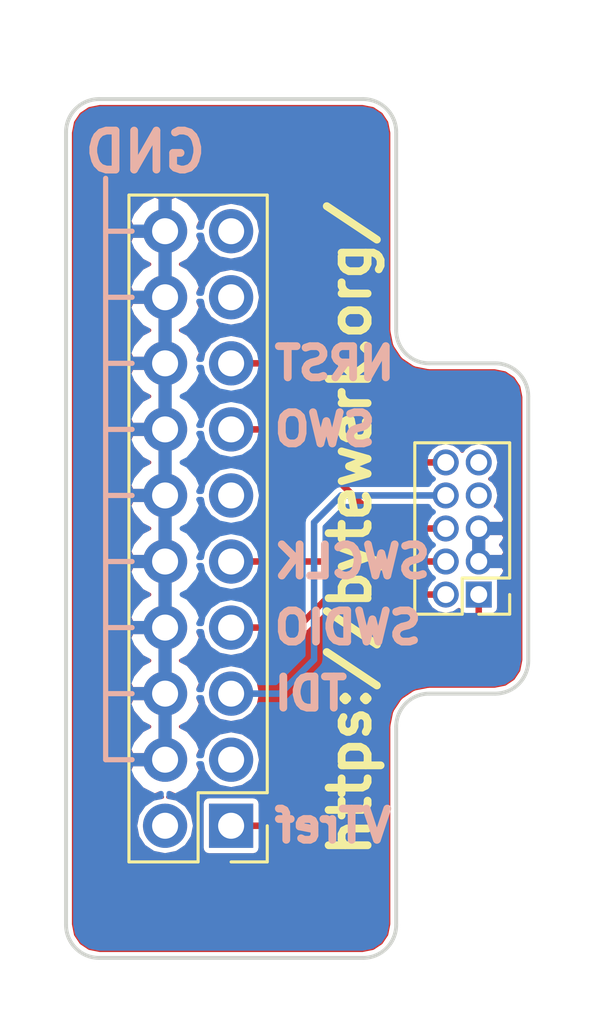
<source format=kicad_pcb>
(kicad_pcb (version 4) (host pcbnew 4.0.5-e0-6337~49~ubuntu16.04.1)

  (general
    (links 16)
    (no_connects 0)
    (area 134.544999 91.364999 152.475001 124.535001)
    (thickness 1.6)
    (drawings 34)
    (tracks 22)
    (zones 0)
    (modules 2)
    (nets 8)
  )

  (page A4)
  (layers
    (0 F.Cu signal)
    (31 B.Cu signal)
    (32 B.Adhes user)
    (33 F.Adhes user)
    (34 B.Paste user)
    (35 F.Paste user)
    (36 B.SilkS user)
    (37 F.SilkS user)
    (38 B.Mask user)
    (39 F.Mask user)
    (40 Dwgs.User user)
    (41 Cmts.User user)
    (42 Eco1.User user)
    (43 Eco2.User user)
    (44 Edge.Cuts user)
    (45 Margin user)
    (46 B.CrtYd user)
    (47 F.CrtYd user)
    (48 B.Fab user)
    (49 F.Fab user)
  )

  (setup
    (last_trace_width 0.25)
    (trace_clearance 0.2)
    (zone_clearance 0.15)
    (zone_45_only no)
    (trace_min 0.2)
    (segment_width 0.2)
    (edge_width 0.15)
    (via_size 0.6)
    (via_drill 0.4)
    (via_min_size 0.4)
    (via_min_drill 0.3)
    (uvia_size 0.3)
    (uvia_drill 0.1)
    (uvias_allowed no)
    (uvia_min_size 0.2)
    (uvia_min_drill 0.1)
    (pcb_text_width 0.3)
    (pcb_text_size 1.5 1.5)
    (mod_edge_width 0.15)
    (mod_text_size 1 1)
    (mod_text_width 0.15)
    (pad_size 1.524 1.524)
    (pad_drill 0.762)
    (pad_to_mask_clearance 0.2)
    (aux_axis_origin 0 0)
    (visible_elements FFFFFF7F)
    (pcbplotparams
      (layerselection 0x00030_80000001)
      (usegerberextensions false)
      (excludeedgelayer true)
      (linewidth 0.100000)
      (plotframeref false)
      (viasonmask false)
      (mode 1)
      (useauxorigin false)
      (hpglpennumber 1)
      (hpglpenspeed 20)
      (hpglpendiameter 15)
      (hpglpenoverlay 2)
      (psnegative false)
      (psa4output false)
      (plotreference true)
      (plotvalue true)
      (plotinvisibletext false)
      (padsonsilk false)
      (subtractmaskfromsilk false)
      (outputformat 1)
      (mirror false)
      (drillshape 1)
      (scaleselection 1)
      (outputdirectory ""))
  )

  (net 0 "")
  (net 1 VTref)
  (net 2 GND)
  (net 3 TDI)
  (net 4 SWDIO/TMS)
  (net 5 SWCLK/TCK)
  (net 6 SWO/TDO)
  (net 7 nRST)

  (net_class Default "This is the default net class."
    (clearance 0.2)
    (trace_width 0.25)
    (via_dia 0.6)
    (via_drill 0.4)
    (uvia_dia 0.3)
    (uvia_drill 0.1)
    (add_net GND)
    (add_net SWCLK/TCK)
    (add_net SWDIO/TMS)
    (add_net SWO/TDO)
    (add_net TDI)
    (add_net VTref)
    (add_net nRST)
  )

  (module Pin_Headers:Pin_Header_Straight_2x05_Pitch1.27mm (layer F.Cu) (tedit 586FF890) (tstamp 586FF6A3)
    (at 150.495 110.49 180)
    (descr "Through hole straight pin header, 2x05, 1.27mm pitch, double rows")
    (tags "Through hole pin header THT 2x05 1.27mm double row")
    (path /587155DD)
    (fp_text reference P2 (at 0.635 -1.755 180) (layer F.Fab)
      (effects (font (size 1 1) (thickness 0.15)))
    )
    (fp_text value CONN_02X05 (at 0.635 6.835 180) (layer F.Fab)
      (effects (font (size 1 1) (thickness 0.15)))
    )
    (fp_line (start -1.07 -0.635) (end -1.07 5.715) (layer F.Fab) (width 0.1))
    (fp_line (start -1.07 5.715) (end 2.34 5.715) (layer F.Fab) (width 0.1))
    (fp_line (start 2.34 5.715) (end 2.34 -0.635) (layer F.Fab) (width 0.1))
    (fp_line (start 2.34 -0.635) (end -1.07 -0.635) (layer F.Fab) (width 0.1))
    (fp_line (start -1.19 0.635) (end -1.19 5.835) (layer F.SilkS) (width 0.12))
    (fp_line (start -1.19 5.835) (end 2.46 5.835) (layer F.SilkS) (width 0.12))
    (fp_line (start 2.46 5.835) (end 2.46 -0.755) (layer F.SilkS) (width 0.12))
    (fp_line (start 2.46 -0.755) (end 0.635 -0.755) (layer F.SilkS) (width 0.12))
    (fp_line (start 0.635 -0.755) (end 0.635 0.635) (layer F.SilkS) (width 0.12))
    (fp_line (start 0.635 0.635) (end -1.19 0.635) (layer F.SilkS) (width 0.12))
    (fp_line (start -1.19 0) (end -1.19 -0.755) (layer F.SilkS) (width 0.12))
    (fp_line (start -1.19 -0.755) (end 0 -0.755) (layer F.SilkS) (width 0.12))
    (fp_line (start -1.4 -0.9) (end -1.4 6) (layer F.CrtYd) (width 0.05))
    (fp_line (start -1.4 6) (end 2.6 6) (layer F.CrtYd) (width 0.05))
    (fp_line (start 2.6 6) (end 2.6 -0.9) (layer F.CrtYd) (width 0.05))
    (fp_line (start 2.6 -0.9) (end -1.4 -0.9) (layer F.CrtYd) (width 0.05))
    (pad 1 thru_hole rect (at 0 0 180) (size 1 1) (drill 0.65) (layers *.Cu *.Mask)
      (net 1 VTref))
    (pad 2 thru_hole oval (at 1.27 0 180) (size 1 1) (drill 0.65) (layers *.Cu *.Mask)
      (net 4 SWDIO/TMS))
    (pad 3 thru_hole oval (at 0 1.27 180) (size 1 1) (drill 0.65) (layers *.Cu *.Mask)
      (net 2 GND))
    (pad 4 thru_hole oval (at 1.27 1.27 180) (size 1 1) (drill 0.65) (layers *.Cu *.Mask)
      (net 5 SWCLK/TCK))
    (pad 5 thru_hole oval (at 0 2.54 180) (size 1 1) (drill 0.65) (layers *.Cu *.Mask)
      (net 2 GND))
    (pad 6 thru_hole oval (at 1.27 2.54 180) (size 1 1) (drill 0.65) (layers *.Cu *.Mask)
      (net 6 SWO/TDO))
    (pad 7 thru_hole oval (at 0 3.81 180) (size 1 1) (drill 0.65) (layers *.Cu *.Mask))
    (pad 8 thru_hole oval (at 1.27 3.81 180) (size 1 1) (drill 0.65) (layers *.Cu *.Mask)
      (net 3 TDI))
    (pad 9 thru_hole oval (at 0 5.08 180) (size 1 1) (drill 0.65) (layers *.Cu *.Mask))
    (pad 10 thru_hole oval (at 1.27 5.08 180) (size 1 1) (drill 0.65) (layers *.Cu *.Mask)
      (net 7 nRST))
    (model /home/hd/src/kicad/libxor/samtec.pretty/3d/samtec-ESHF-105-01-L-D-TH.wrl
      (at (xyz 0.025 -0.1 0.21))
      (scale (xyz 0.3937 0.3937 0.3937))
      (rotate (xyz -90 0 90))
    )
  )

  (module Pin_Headers:Pin_Header_Straight_2x10_Pitch2.54mm (layer F.Cu) (tedit 586FF896) (tstamp 586FF6C3)
    (at 140.97 119.38 180)
    (descr "Through hole straight pin header, 2x10, 2.54mm pitch, double rows")
    (tags "Through hole pin header THT 2x10 2.54mm double row")
    (path /587153C5)
    (fp_text reference P1 (at 1.27 -2.39 180) (layer F.Fab)
      (effects (font (size 1 1) (thickness 0.15)))
    )
    (fp_text value CONN_02X10 (at 1.27 25.25 180) (layer F.Fab)
      (effects (font (size 1 1) (thickness 0.15)))
    )
    (fp_line (start -1.27 -1.27) (end -1.27 24.13) (layer F.Fab) (width 0.1))
    (fp_line (start -1.27 24.13) (end 3.81 24.13) (layer F.Fab) (width 0.1))
    (fp_line (start 3.81 24.13) (end 3.81 -1.27) (layer F.Fab) (width 0.1))
    (fp_line (start 3.81 -1.27) (end -1.27 -1.27) (layer F.Fab) (width 0.1))
    (fp_line (start -1.39 1.27) (end -1.39 24.25) (layer F.SilkS) (width 0.12))
    (fp_line (start -1.39 24.25) (end 3.93 24.25) (layer F.SilkS) (width 0.12))
    (fp_line (start 3.93 24.25) (end 3.93 -1.39) (layer F.SilkS) (width 0.12))
    (fp_line (start 3.93 -1.39) (end 1.27 -1.39) (layer F.SilkS) (width 0.12))
    (fp_line (start 1.27 -1.39) (end 1.27 1.27) (layer F.SilkS) (width 0.12))
    (fp_line (start 1.27 1.27) (end -1.39 1.27) (layer F.SilkS) (width 0.12))
    (fp_line (start -1.39 0) (end -1.39 -1.39) (layer F.SilkS) (width 0.12))
    (fp_line (start -1.39 -1.39) (end 0 -1.39) (layer F.SilkS) (width 0.12))
    (fp_line (start -1.6 -1.6) (end -1.6 24.4) (layer F.CrtYd) (width 0.05))
    (fp_line (start -1.6 24.4) (end 4.1 24.4) (layer F.CrtYd) (width 0.05))
    (fp_line (start 4.1 24.4) (end 4.1 -1.6) (layer F.CrtYd) (width 0.05))
    (fp_line (start 4.1 -1.6) (end -1.6 -1.6) (layer F.CrtYd) (width 0.05))
    (pad 1 thru_hole rect (at 0 0 180) (size 1.7 1.7) (drill 1) (layers *.Cu *.Mask)
      (net 1 VTref))
    (pad 2 thru_hole oval (at 2.54 0 180) (size 1.7 1.7) (drill 1) (layers *.Cu *.Mask))
    (pad 3 thru_hole oval (at 0 2.54 180) (size 1.7 1.7) (drill 1) (layers *.Cu *.Mask))
    (pad 4 thru_hole oval (at 2.54 2.54 180) (size 1.7 1.7) (drill 1) (layers *.Cu *.Mask)
      (net 2 GND))
    (pad 5 thru_hole oval (at 0 5.08 180) (size 1.7 1.7) (drill 1) (layers *.Cu *.Mask)
      (net 3 TDI))
    (pad 6 thru_hole oval (at 2.54 5.08 180) (size 1.7 1.7) (drill 1) (layers *.Cu *.Mask)
      (net 2 GND))
    (pad 7 thru_hole oval (at 0 7.62 180) (size 1.7 1.7) (drill 1) (layers *.Cu *.Mask)
      (net 4 SWDIO/TMS))
    (pad 8 thru_hole oval (at 2.54 7.62 180) (size 1.7 1.7) (drill 1) (layers *.Cu *.Mask)
      (net 2 GND))
    (pad 9 thru_hole oval (at 0 10.16 180) (size 1.7 1.7) (drill 1) (layers *.Cu *.Mask)
      (net 5 SWCLK/TCK))
    (pad 10 thru_hole oval (at 2.54 10.16 180) (size 1.7 1.7) (drill 1) (layers *.Cu *.Mask)
      (net 2 GND))
    (pad 11 thru_hole oval (at 0 12.7 180) (size 1.7 1.7) (drill 1) (layers *.Cu *.Mask))
    (pad 12 thru_hole oval (at 2.54 12.7 180) (size 1.7 1.7) (drill 1) (layers *.Cu *.Mask)
      (net 2 GND))
    (pad 13 thru_hole oval (at 0 15.24 180) (size 1.7 1.7) (drill 1) (layers *.Cu *.Mask)
      (net 6 SWO/TDO))
    (pad 14 thru_hole oval (at 2.54 15.24 180) (size 1.7 1.7) (drill 1) (layers *.Cu *.Mask)
      (net 2 GND))
    (pad 15 thru_hole oval (at 0 17.78 180) (size 1.7 1.7) (drill 1) (layers *.Cu *.Mask)
      (net 7 nRST))
    (pad 16 thru_hole oval (at 2.54 17.78 180) (size 1.7 1.7) (drill 1) (layers *.Cu *.Mask)
      (net 2 GND))
    (pad 17 thru_hole oval (at 0 20.32 180) (size 1.7 1.7) (drill 1) (layers *.Cu *.Mask))
    (pad 18 thru_hole oval (at 2.54 20.32 180) (size 1.7 1.7) (drill 1) (layers *.Cu *.Mask)
      (net 2 GND))
    (pad 19 thru_hole oval (at 0 22.86 180) (size 1.7 1.7) (drill 1) (layers *.Cu *.Mask))
    (pad 20 thru_hole oval (at 2.54 22.86 180) (size 1.7 1.7) (drill 1) (layers *.Cu *.Mask)
      (net 2 GND))
    (model /home/hd/src/kicad/libxor/molex.pretty/3d/molex-87834-2019.wrl
      (at (xyz 0.05 -0.45 0.005))
      (scale (xyz 0.3937 0.3937 0.3937))
      (rotate (xyz -90 0 90))
    )
  )

  (gr_line (start 147.32 115.57) (end 147.32 123.19) (layer Edge.Cuts) (width 0.15))
  (gr_line (start 147.32 92.71) (end 147.32 100.33) (layer Edge.Cuts) (width 0.15))
  (gr_line (start 152.4 102.87) (end 152.4 113.03) (layer Edge.Cuts) (width 0.15))
  (gr_line (start 148.59 101.6) (end 151.13 101.6) (layer Edge.Cuts) (width 0.15))
  (gr_arc (start 151.13 102.87) (end 151.13 101.6) (angle 90) (layer Edge.Cuts) (width 0.15))
  (gr_line (start 151.13 114.3) (end 148.59 114.3) (layer Edge.Cuts) (width 0.15))
  (gr_arc (start 151.13 113.03) (end 152.4 113.03) (angle 90) (layer Edge.Cuts) (width 0.15))
  (gr_arc (start 148.59 115.57) (end 147.32 115.57) (angle 90) (layer Edge.Cuts) (width 0.15))
  (gr_arc (start 148.59 100.33) (end 148.59 101.6) (angle 90) (layer Edge.Cuts) (width 0.15))
  (gr_arc (start 146.05 92.71) (end 146.05 91.44) (angle 90) (layer Edge.Cuts) (width 0.15))
  (gr_arc (start 146.05 123.19) (end 147.32 123.19) (angle 90) (layer Edge.Cuts) (width 0.15))
  (gr_arc (start 135.89 123.19) (end 135.89 124.46) (angle 90) (layer Edge.Cuts) (width 0.15))
  (gr_arc (start 135.89 92.71) (end 134.62 92.71) (angle 90) (layer Edge.Cuts) (width 0.15))
  (gr_line (start 135.89 124.46) (end 146.05 124.46) (layer Edge.Cuts) (width 0.15))
  (gr_line (start 134.62 123.19) (end 134.62 92.71) (layer Edge.Cuts) (width 0.15))
  (gr_line (start 135.89 91.44) (end 146.05 91.44) (layer Edge.Cuts) (width 0.15))
  (gr_text https://bytewerk.org/ (at 145.542 107.95 90) (layer F.SilkS)
    (effects (font (size 1.5 1.5) (thickness 0.3)))
  )
  (gr_line (start 136.144 96.52) (end 137.16 96.52) (layer B.SilkS) (width 0.2))
  (gr_line (start 136.144 99.06) (end 137.16 99.06) (layer B.SilkS) (width 0.2))
  (gr_line (start 136.144 101.6) (end 137.16 101.6) (layer B.SilkS) (width 0.2))
  (gr_line (start 136.144 104.14) (end 137.16 104.14) (layer B.SilkS) (width 0.2))
  (gr_line (start 136.144 106.68) (end 137.16 106.68) (layer B.SilkS) (width 0.2))
  (gr_line (start 136.144 109.22) (end 137.16 109.22) (layer B.SilkS) (width 0.2))
  (gr_line (start 136.144 111.76) (end 137.16 111.76) (layer B.SilkS) (width 0.2))
  (gr_line (start 136.144 114.3) (end 137.16 114.3) (layer B.SilkS) (width 0.2))
  (gr_line (start 136.144 116.84) (end 137.16 116.84) (layer B.SilkS) (width 0.2))
  (gr_line (start 136.144 94.488) (end 136.144 116.84) (layer B.SilkS) (width 0.2))
  (gr_text GND (at 137.668 93.472 360) (layer B.SilkS)
    (effects (font (size 1.5 1.5) (thickness 0.3)) (justify mirror))
  )
  (gr_text VTref (at 142.494 119.38) (layer B.SilkS) (tstamp 5891F57F)
    (effects (font (size 1.2 1.2) (thickness 0.3)) (justify right mirror))
  )
  (gr_text TDI (at 142.494 114.3) (layer B.SilkS) (tstamp 5891F55B)
    (effects (font (size 1.2 1.2) (thickness 0.3)) (justify right mirror))
  )
  (gr_text SWDIO (at 142.494 111.76) (layer B.SilkS) (tstamp 5891F547)
    (effects (font (size 1.2 1.2) (thickness 0.3)) (justify right mirror))
  )
  (gr_text SWCLK (at 142.494 109.22) (layer B.SilkS) (tstamp 5891F539)
    (effects (font (size 1.2 1.2) (thickness 0.3)) (justify right mirror))
  )
  (gr_text SWO (at 142.494 104.14) (layer B.SilkS) (tstamp 5891F526)
    (effects (font (size 1.2 1.2) (thickness 0.3)) (justify right mirror))
  )
  (gr_text NRST (at 142.494 101.6) (layer B.SilkS)
    (effects (font (size 1.2 1.2) (thickness 0.3)) (justify right mirror))
  )

  (segment (start 140.97 119.38) (end 142.299374 119.38) (width 0.25) (layer F.Cu) (net 1))
  (segment (start 142.299374 119.38) (end 143.172465 118.506909) (width 0.25) (layer F.Cu) (net 1))
  (segment (start 149.34 112.395) (end 150.495 111.24) (width 0.25) (layer F.Cu) (net 1))
  (segment (start 143.172465 118.506909) (end 143.172465 114.951798) (width 0.25) (layer F.Cu) (net 1))
  (segment (start 143.172465 114.951798) (end 145.729263 112.395) (width 0.25) (layer F.Cu) (net 1))
  (segment (start 145.729263 112.395) (end 149.34 112.395) (width 0.25) (layer F.Cu) (net 1))
  (segment (start 150.495 111.24) (end 150.495 110.49) (width 0.25) (layer F.Cu) (net 1))
  (segment (start 140.97 114.3) (end 142.853162 114.3) (width 0.25) (layer B.Cu) (net 3))
  (segment (start 144.160635 107.71712) (end 145.197755 106.68) (width 0.25) (layer B.Cu) (net 3))
  (segment (start 142.853162 114.3) (end 144.160635 112.992527) (width 0.25) (layer B.Cu) (net 3))
  (segment (start 144.160635 112.992527) (end 144.160635 107.71712) (width 0.25) (layer B.Cu) (net 3))
  (segment (start 145.197755 106.68) (end 149.225 106.68) (width 0.25) (layer B.Cu) (net 3))
  (segment (start 140.97 111.76) (end 143.524853 111.76) (width 0.25) (layer F.Cu) (net 4))
  (segment (start 143.524853 111.76) (end 144.794853 110.49) (width 0.25) (layer F.Cu) (net 4))
  (segment (start 144.794853 110.49) (end 149.225 110.49) (width 0.25) (layer F.Cu) (net 4))
  (segment (start 149.225 109.22) (end 140.97 109.22) (width 0.25) (layer F.Cu) (net 5))
  (segment (start 140.97 104.14) (end 143.117885 104.14) (width 0.25) (layer F.Cu) (net 6))
  (segment (start 143.117885 104.14) (end 146.927885 107.95) (width 0.25) (layer F.Cu) (net 6))
  (segment (start 146.927885 107.95) (end 149.225 107.95) (width 0.25) (layer F.Cu) (net 6))
  (segment (start 142.875 101.6) (end 146.685 105.41) (width 0.25) (layer F.Cu) (net 7))
  (segment (start 146.685 105.41) (end 149.225 105.41) (width 0.25) (layer F.Cu) (net 7))
  (segment (start 140.97 101.6) (end 142.875 101.6) (width 0.25) (layer F.Cu) (net 7))

  (zone (net 2) (net_name GND) (layer B.Cu) (tstamp 0) (hatch edge 0.508)
    (connect_pads (clearance 0.2))
    (min_thickness 0.2)
    (fill yes (arc_segments 16) (thermal_gap 0.508) (thermal_bridge_width 0.508))
    (polygon
      (pts
        (xy 133.35 88.9) (xy 152.4 88.9) (xy 152.4 125.73) (xy 133.35 125.73)
      )
    )
    (filled_polygon
      (pts
        (xy 146.389689 91.889915) (xy 146.677666 92.082334) (xy 146.870085 92.370311) (xy 146.945 92.746936) (xy 146.945 100.33)
        (xy 146.952206 100.366226) (xy 146.952206 100.403159) (xy 147.048878 100.889166) (xy 147.048878 100.889167) (xy 147.104872 101.024347)
        (xy 147.380172 101.436364) (xy 147.483635 101.539827) (xy 147.895652 101.815127) (xy 147.895653 101.815128) (xy 148.030833 101.871121)
        (xy 148.516841 101.967794) (xy 148.553774 101.967794) (xy 148.59 101.975) (xy 151.093068 101.975) (xy 151.469689 102.049915)
        (xy 151.757666 102.242334) (xy 151.950085 102.530311) (xy 152.025 102.906936) (xy 152.025 112.993064) (xy 151.950085 113.369689)
        (xy 151.757666 113.657666) (xy 151.469689 113.850085) (xy 151.093068 113.925) (xy 148.59 113.925) (xy 148.553774 113.932206)
        (xy 148.516841 113.932206) (xy 148.030833 114.028879) (xy 147.895653 114.084872) (xy 147.483635 114.360173) (xy 147.380172 114.463636)
        (xy 147.104872 114.875653) (xy 147.104872 114.875654) (xy 147.048878 115.010834) (xy 146.952206 115.496841) (xy 146.952206 115.533774)
        (xy 146.945 115.57) (xy 146.945 123.153064) (xy 146.870085 123.529689) (xy 146.677666 123.817666) (xy 146.389689 124.010085)
        (xy 146.013068 124.085) (xy 135.926936 124.085) (xy 135.550311 124.010085) (xy 135.262334 123.817666) (xy 135.069915 123.529689)
        (xy 134.995 123.153068) (xy 134.995 117.21891) (xy 137.022097 117.21891) (xy 137.166523 117.567616) (xy 137.541146 117.995741)
        (xy 138.051089 118.247915) (xy 138.275998 118.137857) (xy 138.275998 118.256152) (xy 137.967384 118.317539) (xy 137.594297 118.566827)
        (xy 137.345009 118.939914) (xy 137.25747 119.38) (xy 137.345009 119.820086) (xy 137.594297 120.193173) (xy 137.967384 120.442461)
        (xy 138.40747 120.53) (xy 138.45253 120.53) (xy 138.892616 120.442461) (xy 139.265703 120.193173) (xy 139.514991 119.820086)
        (xy 139.60253 119.38) (xy 139.514991 118.939914) (xy 139.265703 118.566827) (xy 139.210588 118.53) (xy 139.814123 118.53)
        (xy 139.814123 120.23) (xy 139.835042 120.341173) (xy 139.900745 120.443279) (xy 140.000997 120.511778) (xy 140.12 120.535877)
        (xy 141.82 120.535877) (xy 141.931173 120.514958) (xy 142.033279 120.449255) (xy 142.101778 120.349003) (xy 142.125877 120.23)
        (xy 142.125877 118.53) (xy 142.104958 118.418827) (xy 142.039255 118.316721) (xy 141.939003 118.248222) (xy 141.82 118.224123)
        (xy 140.12 118.224123) (xy 140.008827 118.245042) (xy 139.906721 118.310745) (xy 139.838222 118.410997) (xy 139.814123 118.53)
        (xy 139.210588 118.53) (xy 138.892616 118.317539) (xy 138.584002 118.256152) (xy 138.584002 118.137857) (xy 138.808911 118.247915)
        (xy 139.318854 117.995741) (xy 139.693477 117.567616) (xy 139.837903 117.21891) (xy 139.72689 116.994002) (xy 139.828103 116.994002)
        (xy 139.885009 117.280086) (xy 140.134297 117.653173) (xy 140.507384 117.902461) (xy 140.94747 117.99) (xy 140.99253 117.99)
        (xy 141.432616 117.902461) (xy 141.805703 117.653173) (xy 142.054991 117.280086) (xy 142.14253 116.84) (xy 142.054991 116.399914)
        (xy 141.805703 116.026827) (xy 141.432616 115.777539) (xy 140.99253 115.69) (xy 140.94747 115.69) (xy 140.507384 115.777539)
        (xy 140.134297 116.026827) (xy 139.885009 116.399914) (xy 139.828103 116.685998) (xy 139.72689 116.685998) (xy 139.837903 116.46109)
        (xy 139.693477 116.112384) (xy 139.318854 115.684259) (xy 139.087801 115.57) (xy 139.318854 115.455741) (xy 139.693477 115.027616)
        (xy 139.837903 114.67891) (xy 139.72689 114.454002) (xy 139.828103 114.454002) (xy 139.885009 114.740086) (xy 140.134297 115.113173)
        (xy 140.507384 115.362461) (xy 140.94747 115.45) (xy 140.99253 115.45) (xy 141.432616 115.362461) (xy 141.805703 115.113173)
        (xy 142.054991 114.740086) (xy 142.057992 114.725) (xy 142.853162 114.725) (xy 142.988819 114.698016) (xy 143.015803 114.692649)
        (xy 143.153682 114.60052) (xy 144.461155 113.293047) (xy 144.553284 113.155168) (xy 144.57264 113.057856) (xy 144.585635 112.992527)
        (xy 144.585635 107.89316) (xy 145.373796 107.105) (xy 148.549639 107.105) (xy 148.643642 107.245685) (xy 148.747378 107.315)
        (xy 148.643642 107.384315) (xy 148.470223 107.643853) (xy 148.409327 107.95) (xy 148.470223 108.256147) (xy 148.643642 108.515685)
        (xy 148.747378 108.585) (xy 148.643642 108.654315) (xy 148.470223 108.913853) (xy 148.409327 109.22) (xy 148.470223 109.526147)
        (xy 148.643642 109.785685) (xy 148.747378 109.855) (xy 148.643642 109.924315) (xy 148.470223 110.183853) (xy 148.409327 110.49)
        (xy 148.470223 110.796147) (xy 148.643642 111.055685) (xy 148.90318 111.229104) (xy 149.209327 111.29) (xy 149.240673 111.29)
        (xy 149.54682 111.229104) (xy 149.718533 111.114368) (xy 149.775745 111.203279) (xy 149.875997 111.271778) (xy 149.995 111.295877)
        (xy 150.995 111.295877) (xy 151.106173 111.274958) (xy 151.208279 111.209255) (xy 151.276778 111.109003) (xy 151.300877 110.99)
        (xy 151.300877 109.99) (xy 151.294946 109.95848) (xy 151.473221 109.740366) (xy 151.554646 109.543751) (xy 151.438515 109.374)
        (xy 150.649 109.374) (xy 150.649 109.394) (xy 150.341 109.394) (xy 150.341 109.374) (xy 150.321 109.374)
        (xy 150.321 109.066) (xy 150.341 109.066) (xy 150.341 108.104) (xy 150.649 108.104) (xy 150.649 109.066)
        (xy 151.438515 109.066) (xy 151.554646 108.896249) (xy 151.473221 108.699634) (xy 151.379525 108.585) (xy 151.473221 108.470366)
        (xy 151.554646 108.273751) (xy 151.438515 108.104) (xy 150.649 108.104) (xy 150.341 108.104) (xy 150.321 108.104)
        (xy 150.321 107.796) (xy 150.341 107.796) (xy 150.341 107.776) (xy 150.649 107.776) (xy 150.649 107.796)
        (xy 151.438515 107.796) (xy 151.554646 107.626249) (xy 151.473221 107.429634) (xy 151.199623 107.094896) (xy 151.183058 107.085999)
        (xy 151.249777 106.986147) (xy 151.310673 106.68) (xy 151.249777 106.373853) (xy 151.076358 106.114315) (xy 150.972622 106.045)
        (xy 151.076358 105.975685) (xy 151.249777 105.716147) (xy 151.310673 105.41) (xy 151.249777 105.103853) (xy 151.076358 104.844315)
        (xy 150.81682 104.670896) (xy 150.510673 104.61) (xy 150.479327 104.61) (xy 150.17318 104.670896) (xy 149.913642 104.844315)
        (xy 149.86 104.924595) (xy 149.806358 104.844315) (xy 149.54682 104.670896) (xy 149.240673 104.61) (xy 149.209327 104.61)
        (xy 148.90318 104.670896) (xy 148.643642 104.844315) (xy 148.470223 105.103853) (xy 148.409327 105.41) (xy 148.470223 105.716147)
        (xy 148.643642 105.975685) (xy 148.747378 106.045) (xy 148.643642 106.114315) (xy 148.549639 106.255) (xy 145.197755 106.255)
        (xy 145.035115 106.287351) (xy 144.989363 106.317922) (xy 144.897234 106.37948) (xy 143.860115 107.4166) (xy 143.767986 107.554479)
        (xy 143.767986 107.55448) (xy 143.735635 107.71712) (xy 143.735635 112.816487) (xy 142.677122 113.875) (xy 142.057992 113.875)
        (xy 142.054991 113.859914) (xy 141.805703 113.486827) (xy 141.432616 113.237539) (xy 140.99253 113.15) (xy 140.94747 113.15)
        (xy 140.507384 113.237539) (xy 140.134297 113.486827) (xy 139.885009 113.859914) (xy 139.828103 114.145998) (xy 139.72689 114.145998)
        (xy 139.837903 113.92109) (xy 139.693477 113.572384) (xy 139.318854 113.144259) (xy 139.087801 113.03) (xy 139.318854 112.915741)
        (xy 139.693477 112.487616) (xy 139.837903 112.13891) (xy 139.72689 111.914002) (xy 139.828103 111.914002) (xy 139.885009 112.200086)
        (xy 140.134297 112.573173) (xy 140.507384 112.822461) (xy 140.94747 112.91) (xy 140.99253 112.91) (xy 141.432616 112.822461)
        (xy 141.805703 112.573173) (xy 142.054991 112.200086) (xy 142.14253 111.76) (xy 142.054991 111.319914) (xy 141.805703 110.946827)
        (xy 141.432616 110.697539) (xy 140.99253 110.61) (xy 140.94747 110.61) (xy 140.507384 110.697539) (xy 140.134297 110.946827)
        (xy 139.885009 111.319914) (xy 139.828103 111.605998) (xy 139.72689 111.605998) (xy 139.837903 111.38109) (xy 139.693477 111.032384)
        (xy 139.318854 110.604259) (xy 139.087801 110.49) (xy 139.318854 110.375741) (xy 139.693477 109.947616) (xy 139.837903 109.59891)
        (xy 139.72689 109.374002) (xy 139.828103 109.374002) (xy 139.885009 109.660086) (xy 140.134297 110.033173) (xy 140.507384 110.282461)
        (xy 140.94747 110.37) (xy 140.99253 110.37) (xy 141.432616 110.282461) (xy 141.805703 110.033173) (xy 142.054991 109.660086)
        (xy 142.14253 109.22) (xy 142.054991 108.779914) (xy 141.805703 108.406827) (xy 141.432616 108.157539) (xy 140.99253 108.07)
        (xy 140.94747 108.07) (xy 140.507384 108.157539) (xy 140.134297 108.406827) (xy 139.885009 108.779914) (xy 139.828103 109.065998)
        (xy 139.72689 109.065998) (xy 139.837903 108.84109) (xy 139.693477 108.492384) (xy 139.318854 108.064259) (xy 139.087801 107.95)
        (xy 139.318854 107.835741) (xy 139.693477 107.407616) (xy 139.837903 107.05891) (xy 139.72689 106.834002) (xy 139.828103 106.834002)
        (xy 139.885009 107.120086) (xy 140.134297 107.493173) (xy 140.507384 107.742461) (xy 140.94747 107.83) (xy 140.99253 107.83)
        (xy 141.432616 107.742461) (xy 141.805703 107.493173) (xy 142.054991 107.120086) (xy 142.14253 106.68) (xy 142.054991 106.239914)
        (xy 141.805703 105.866827) (xy 141.432616 105.617539) (xy 140.99253 105.53) (xy 140.94747 105.53) (xy 140.507384 105.617539)
        (xy 140.134297 105.866827) (xy 139.885009 106.239914) (xy 139.828103 106.525998) (xy 139.72689 106.525998) (xy 139.837903 106.30109)
        (xy 139.693477 105.952384) (xy 139.318854 105.524259) (xy 139.087801 105.41) (xy 139.318854 105.295741) (xy 139.693477 104.867616)
        (xy 139.837903 104.51891) (xy 139.72689 104.294002) (xy 139.828103 104.294002) (xy 139.885009 104.580086) (xy 140.134297 104.953173)
        (xy 140.507384 105.202461) (xy 140.94747 105.29) (xy 140.99253 105.29) (xy 141.432616 105.202461) (xy 141.805703 104.953173)
        (xy 142.054991 104.580086) (xy 142.14253 104.14) (xy 142.054991 103.699914) (xy 141.805703 103.326827) (xy 141.432616 103.077539)
        (xy 140.99253 102.99) (xy 140.94747 102.99) (xy 140.507384 103.077539) (xy 140.134297 103.326827) (xy 139.885009 103.699914)
        (xy 139.828103 103.985998) (xy 139.72689 103.985998) (xy 139.837903 103.76109) (xy 139.693477 103.412384) (xy 139.318854 102.984259)
        (xy 139.087801 102.87) (xy 139.318854 102.755741) (xy 139.693477 102.327616) (xy 139.837903 101.97891) (xy 139.72689 101.754002)
        (xy 139.828103 101.754002) (xy 139.885009 102.040086) (xy 140.134297 102.413173) (xy 140.507384 102.662461) (xy 140.94747 102.75)
        (xy 140.99253 102.75) (xy 141.432616 102.662461) (xy 141.805703 102.413173) (xy 142.054991 102.040086) (xy 142.14253 101.6)
        (xy 142.054991 101.159914) (xy 141.805703 100.786827) (xy 141.432616 100.537539) (xy 140.99253 100.45) (xy 140.94747 100.45)
        (xy 140.507384 100.537539) (xy 140.134297 100.786827) (xy 139.885009 101.159914) (xy 139.828103 101.445998) (xy 139.72689 101.445998)
        (xy 139.837903 101.22109) (xy 139.693477 100.872384) (xy 139.318854 100.444259) (xy 139.087801 100.33) (xy 139.318854 100.215741)
        (xy 139.693477 99.787616) (xy 139.837903 99.43891) (xy 139.72689 99.214002) (xy 139.828103 99.214002) (xy 139.885009 99.500086)
        (xy 140.134297 99.873173) (xy 140.507384 100.122461) (xy 140.94747 100.21) (xy 140.99253 100.21) (xy 141.432616 100.122461)
        (xy 141.805703 99.873173) (xy 142.054991 99.500086) (xy 142.14253 99.06) (xy 142.054991 98.619914) (xy 141.805703 98.246827)
        (xy 141.432616 97.997539) (xy 140.99253 97.91) (xy 140.94747 97.91) (xy 140.507384 97.997539) (xy 140.134297 98.246827)
        (xy 139.885009 98.619914) (xy 139.828103 98.905998) (xy 139.72689 98.905998) (xy 139.837903 98.68109) (xy 139.693477 98.332384)
        (xy 139.318854 97.904259) (xy 139.087801 97.79) (xy 139.318854 97.675741) (xy 139.693477 97.247616) (xy 139.837903 96.89891)
        (xy 139.72689 96.674002) (xy 139.828103 96.674002) (xy 139.885009 96.960086) (xy 140.134297 97.333173) (xy 140.507384 97.582461)
        (xy 140.94747 97.67) (xy 140.99253 97.67) (xy 141.432616 97.582461) (xy 141.805703 97.333173) (xy 142.054991 96.960086)
        (xy 142.14253 96.52) (xy 142.054991 96.079914) (xy 141.805703 95.706827) (xy 141.432616 95.457539) (xy 140.99253 95.37)
        (xy 140.94747 95.37) (xy 140.507384 95.457539) (xy 140.134297 95.706827) (xy 139.885009 96.079914) (xy 139.828103 96.365998)
        (xy 139.72689 96.365998) (xy 139.837903 96.14109) (xy 139.693477 95.792384) (xy 139.318854 95.364259) (xy 138.808911 95.112085)
        (xy 138.584 95.222144) (xy 138.584 96.366) (xy 138.604 96.366) (xy 138.604 96.674) (xy 138.584 96.674)
        (xy 138.584 98.906) (xy 138.604 98.906) (xy 138.604 99.214) (xy 138.584 99.214) (xy 138.584 101.446)
        (xy 138.604 101.446) (xy 138.604 101.754) (xy 138.584 101.754) (xy 138.584 103.986) (xy 138.604 103.986)
        (xy 138.604 104.294) (xy 138.584 104.294) (xy 138.584 106.526) (xy 138.604 106.526) (xy 138.604 106.834)
        (xy 138.584 106.834) (xy 138.584 109.066) (xy 138.604 109.066) (xy 138.604 109.374) (xy 138.584 109.374)
        (xy 138.584 111.606) (xy 138.604 111.606) (xy 138.604 111.914) (xy 138.584 111.914) (xy 138.584 114.146)
        (xy 138.604 114.146) (xy 138.604 114.454) (xy 138.584 114.454) (xy 138.584 116.686) (xy 138.604 116.686)
        (xy 138.604 116.994) (xy 138.584 116.994) (xy 138.584 117.014) (xy 138.276 117.014) (xy 138.276 116.994)
        (xy 137.133111 116.994) (xy 137.022097 117.21891) (xy 134.995 117.21891) (xy 134.995 114.67891) (xy 137.022097 114.67891)
        (xy 137.166523 115.027616) (xy 137.541146 115.455741) (xy 137.772199 115.57) (xy 137.541146 115.684259) (xy 137.166523 116.112384)
        (xy 137.022097 116.46109) (xy 137.133111 116.686) (xy 138.276 116.686) (xy 138.276 114.454) (xy 137.133111 114.454)
        (xy 137.022097 114.67891) (xy 134.995 114.67891) (xy 134.995 112.13891) (xy 137.022097 112.13891) (xy 137.166523 112.487616)
        (xy 137.541146 112.915741) (xy 137.772199 113.03) (xy 137.541146 113.144259) (xy 137.166523 113.572384) (xy 137.022097 113.92109)
        (xy 137.133111 114.146) (xy 138.276 114.146) (xy 138.276 111.914) (xy 137.133111 111.914) (xy 137.022097 112.13891)
        (xy 134.995 112.13891) (xy 134.995 109.59891) (xy 137.022097 109.59891) (xy 137.166523 109.947616) (xy 137.541146 110.375741)
        (xy 137.772199 110.49) (xy 137.541146 110.604259) (xy 137.166523 111.032384) (xy 137.022097 111.38109) (xy 137.133111 111.606)
        (xy 138.276 111.606) (xy 138.276 109.374) (xy 137.133111 109.374) (xy 137.022097 109.59891) (xy 134.995 109.59891)
        (xy 134.995 107.05891) (xy 137.022097 107.05891) (xy 137.166523 107.407616) (xy 137.541146 107.835741) (xy 137.772199 107.95)
        (xy 137.541146 108.064259) (xy 137.166523 108.492384) (xy 137.022097 108.84109) (xy 137.133111 109.066) (xy 138.276 109.066)
        (xy 138.276 106.834) (xy 137.133111 106.834) (xy 137.022097 107.05891) (xy 134.995 107.05891) (xy 134.995 104.51891)
        (xy 137.022097 104.51891) (xy 137.166523 104.867616) (xy 137.541146 105.295741) (xy 137.772199 105.41) (xy 137.541146 105.524259)
        (xy 137.166523 105.952384) (xy 137.022097 106.30109) (xy 137.133111 106.526) (xy 138.276 106.526) (xy 138.276 104.294)
        (xy 137.133111 104.294) (xy 137.022097 104.51891) (xy 134.995 104.51891) (xy 134.995 101.97891) (xy 137.022097 101.97891)
        (xy 137.166523 102.327616) (xy 137.541146 102.755741) (xy 137.772199 102.87) (xy 137.541146 102.984259) (xy 137.166523 103.412384)
        (xy 137.022097 103.76109) (xy 137.133111 103.986) (xy 138.276 103.986) (xy 138.276 101.754) (xy 137.133111 101.754)
        (xy 137.022097 101.97891) (xy 134.995 101.97891) (xy 134.995 99.43891) (xy 137.022097 99.43891) (xy 137.166523 99.787616)
        (xy 137.541146 100.215741) (xy 137.772199 100.33) (xy 137.541146 100.444259) (xy 137.166523 100.872384) (xy 137.022097 101.22109)
        (xy 137.133111 101.446) (xy 138.276 101.446) (xy 138.276 99.214) (xy 137.133111 99.214) (xy 137.022097 99.43891)
        (xy 134.995 99.43891) (xy 134.995 96.89891) (xy 137.022097 96.89891) (xy 137.166523 97.247616) (xy 137.541146 97.675741)
        (xy 137.772199 97.79) (xy 137.541146 97.904259) (xy 137.166523 98.332384) (xy 137.022097 98.68109) (xy 137.133111 98.906)
        (xy 138.276 98.906) (xy 138.276 96.674) (xy 137.133111 96.674) (xy 137.022097 96.89891) (xy 134.995 96.89891)
        (xy 134.995 96.14109) (xy 137.022097 96.14109) (xy 137.133111 96.366) (xy 138.276 96.366) (xy 138.276 95.222144)
        (xy 138.051089 95.112085) (xy 137.541146 95.364259) (xy 137.166523 95.792384) (xy 137.022097 96.14109) (xy 134.995 96.14109)
        (xy 134.995 92.746932) (xy 135.069915 92.370311) (xy 135.262334 92.082334) (xy 135.550311 91.889915) (xy 135.926936 91.815)
        (xy 146.013068 91.815)
      )
    )
  )
  (zone (net 2) (net_name GND) (layer F.Cu) (tstamp 0) (hatch edge 0.508)
    (connect_pads (clearance 0.15))
    (min_thickness 0.15)
    (fill yes (arc_segments 16) (thermal_gap 0.508) (thermal_bridge_width 0.508))
    (polygon
      (pts
        (xy 132.08 87.63) (xy 153.67 87.63) (xy 153.67 127) (xy 132.08 127)
      )
    )
    (filled_polygon
      (pts
        (xy 146.418953 91.819266) (xy 146.731738 92.028262) (xy 146.940732 92.341044) (xy 147.02 92.739549) (xy 147.02 100.33)
        (xy 147.025764 100.358978) (xy 147.025764 100.388527) (xy 147.122437 100.874535) (xy 147.167232 100.982679) (xy 147.442532 101.394694)
        (xy 147.442533 101.394697) (xy 147.525303 101.477467) (xy 147.93732 101.752767) (xy 147.937321 101.752768) (xy 148.045465 101.797563)
        (xy 148.531472 101.894235) (xy 148.561018 101.894235) (xy 148.59 101.9) (xy 151.100451 101.9) (xy 151.498953 101.979266)
        (xy 151.811738 102.188262) (xy 152.020732 102.501044) (xy 152.1 102.899549) (xy 152.1 113.000451) (xy 152.020732 113.398956)
        (xy 151.811738 113.711738) (xy 151.498953 113.920734) (xy 151.100451 114) (xy 148.59 114) (xy 148.561018 114.005765)
        (xy 148.531472 114.005765) (xy 148.045465 114.102437) (xy 147.970886 114.133329) (xy 147.937321 114.147232) (xy 147.525303 114.422533)
        (xy 147.442533 114.505303) (xy 147.442533 114.505304) (xy 147.167232 114.917321) (xy 147.122437 115.025465) (xy 147.025764 115.511473)
        (xy 147.025764 115.541022) (xy 147.02 115.57) (xy 147.02 123.160451) (xy 146.940732 123.558956) (xy 146.731738 123.871738)
        (xy 146.418953 124.080734) (xy 146.020451 124.16) (xy 135.919549 124.16) (xy 135.521044 124.080732) (xy 135.208262 123.871738)
        (xy 134.999266 123.558953) (xy 134.92 123.160451) (xy 134.92 117.239211) (xy 137.05373 117.239211) (xy 137.174534 117.530894)
        (xy 137.534494 117.958749) (xy 138.030787 118.216285) (xy 138.250998 118.116042) (xy 138.250998 118.273) (xy 138.317468 118.273)
        (xy 137.977441 118.340636) (xy 137.612465 118.584505) (xy 137.368596 118.949481) (xy 137.28296 119.38) (xy 137.368596 119.810519)
        (xy 137.612465 120.175495) (xy 137.977441 120.419364) (xy 138.40796 120.505) (xy 138.45204 120.505) (xy 138.882559 120.419364)
        (xy 139.247535 120.175495) (xy 139.491404 119.810519) (xy 139.57704 119.38) (xy 139.491404 118.949481) (xy 139.247535 118.584505)
        (xy 138.882559 118.340636) (xy 138.542532 118.273) (xy 138.609002 118.273) (xy 138.609002 118.116042) (xy 138.829213 118.216285)
        (xy 139.325506 117.958749) (xy 139.685466 117.530894) (xy 139.80627 117.239211) (xy 139.704745 117.019002) (xy 139.858566 117.019002)
        (xy 139.908596 117.270519) (xy 140.152465 117.635495) (xy 140.517441 117.879364) (xy 140.94796 117.965) (xy 140.99204 117.965)
        (xy 141.422559 117.879364) (xy 141.787535 117.635495) (xy 142.031404 117.270519) (xy 142.11704 116.84) (xy 142.031404 116.409481)
        (xy 141.787535 116.044505) (xy 141.422559 115.800636) (xy 140.99204 115.715) (xy 140.94796 115.715) (xy 140.517441 115.800636)
        (xy 140.152465 116.044505) (xy 139.908596 116.409481) (xy 139.858566 116.660998) (xy 139.704745 116.660998) (xy 139.80627 116.440789)
        (xy 139.685466 116.149106) (xy 139.325506 115.721251) (xy 139.034033 115.57) (xy 139.325506 115.418749) (xy 139.685466 114.990894)
        (xy 139.80627 114.699211) (xy 139.704745 114.479002) (xy 139.858566 114.479002) (xy 139.908596 114.730519) (xy 140.152465 115.095495)
        (xy 140.517441 115.339364) (xy 140.94796 115.425) (xy 140.99204 115.425) (xy 141.422559 115.339364) (xy 141.787535 115.095495)
        (xy 142.031404 114.730519) (xy 142.11704 114.3) (xy 142.031404 113.869481) (xy 141.787535 113.504505) (xy 141.422559 113.260636)
        (xy 140.99204 113.175) (xy 140.94796 113.175) (xy 140.517441 113.260636) (xy 140.152465 113.504505) (xy 139.908596 113.869481)
        (xy 139.858566 114.120998) (xy 139.704745 114.120998) (xy 139.80627 113.900789) (xy 139.685466 113.609106) (xy 139.325506 113.181251)
        (xy 139.034033 113.03) (xy 139.325506 112.878749) (xy 139.685466 112.450894) (xy 139.80627 112.159211) (xy 139.704745 111.939002)
        (xy 139.858566 111.939002) (xy 139.908596 112.190519) (xy 140.152465 112.555495) (xy 140.517441 112.799364) (xy 140.94796 112.885)
        (xy 140.99204 112.885) (xy 141.422559 112.799364) (xy 141.787535 112.555495) (xy 142.031404 112.190519) (xy 142.037475 112.16)
        (xy 143.524853 112.16) (xy 143.677927 112.129552) (xy 143.807696 112.042843) (xy 144.960539 110.89) (xy 148.562913 110.89)
        (xy 148.661809 111.038008) (xy 148.913237 111.206007) (xy 149.209817 111.265) (xy 149.240183 111.265) (xy 149.536763 111.206007)
        (xy 149.730855 111.076319) (xy 149.733788 111.091909) (xy 149.794016 111.185506) (xy 149.885914 111.248296) (xy 149.915107 111.254208)
        (xy 149.174314 111.995) (xy 145.729263 111.995) (xy 145.57619 112.025448) (xy 145.44642 112.112157) (xy 145.446418 112.11216)
        (xy 142.889622 114.668955) (xy 142.802913 114.798724) (xy 142.772465 114.951798) (xy 142.772465 118.341223) (xy 142.133688 118.98)
        (xy 142.100387 118.98) (xy 142.100387 118.53) (xy 142.081212 118.428091) (xy 142.020984 118.334494) (xy 141.929086 118.271704)
        (xy 141.82 118.249613) (xy 140.12 118.249613) (xy 140.018091 118.268788) (xy 139.924494 118.329016) (xy 139.861704 118.420914)
        (xy 139.839613 118.53) (xy 139.839613 120.23) (xy 139.858788 120.331909) (xy 139.919016 120.425506) (xy 140.010914 120.488296)
        (xy 140.12 120.510387) (xy 141.82 120.510387) (xy 141.921909 120.491212) (xy 142.015506 120.430984) (xy 142.078296 120.339086)
        (xy 142.100387 120.23) (xy 142.100387 119.78) (xy 142.299374 119.78) (xy 142.452448 119.749552) (xy 142.582217 119.662843)
        (xy 143.455308 118.789752) (xy 143.542017 118.659983) (xy 143.572465 118.506909) (xy 143.572465 115.117484) (xy 145.894948 112.795)
        (xy 149.34 112.795) (xy 149.493074 112.764552) (xy 149.622843 112.677843) (xy 150.77784 111.522845) (xy 150.777843 111.522843)
        (xy 150.821197 111.457958) (xy 150.864552 111.393074) (xy 150.888957 111.270387) (xy 150.995 111.270387) (xy 151.096909 111.251212)
        (xy 151.190506 111.190984) (xy 151.253296 111.099086) (xy 151.275387 110.99) (xy 151.275387 109.99) (xy 151.268905 109.955549)
        (xy 151.464344 109.703013) (xy 151.521953 109.563885) (xy 151.414998 109.399) (xy 150.674 109.399) (xy 150.674 109.419)
        (xy 150.316 109.419) (xy 150.316 109.399) (xy 150.296 109.399) (xy 150.296 109.041) (xy 150.316 109.041)
        (xy 150.316 108.129) (xy 150.674 108.129) (xy 150.674 109.041) (xy 151.414998 109.041) (xy 151.521953 108.876115)
        (xy 151.464344 108.736987) (xy 151.34672 108.585) (xy 151.464344 108.433013) (xy 151.521953 108.293885) (xy 151.414998 108.129)
        (xy 150.674 108.129) (xy 150.316 108.129) (xy 150.296 108.129) (xy 150.296 107.771) (xy 150.316 107.771)
        (xy 150.316 107.751) (xy 150.674 107.751) (xy 150.674 107.771) (xy 151.414998 107.771) (xy 151.521953 107.606115)
        (xy 151.464344 107.466987) (xy 151.205716 107.132802) (xy 151.145004 107.098083) (xy 151.22619 106.97658) (xy 151.285183 106.68)
        (xy 151.22619 106.38342) (xy 151.058191 106.131992) (xy 150.927998 106.045) (xy 151.058191 105.958008) (xy 151.22619 105.70658)
        (xy 151.285183 105.41) (xy 151.22619 105.11342) (xy 151.058191 104.861992) (xy 150.806763 104.693993) (xy 150.510183 104.635)
        (xy 150.479817 104.635) (xy 150.183237 104.693993) (xy 149.931809 104.861992) (xy 149.86 104.969462) (xy 149.788191 104.861992)
        (xy 149.536763 104.693993) (xy 149.240183 104.635) (xy 149.209817 104.635) (xy 148.913237 104.693993) (xy 148.661809 104.861992)
        (xy 148.562913 105.01) (xy 146.850685 105.01) (xy 143.157843 101.317157) (xy 143.028074 101.230448) (xy 142.875 101.2)
        (xy 142.037475 101.2) (xy 142.031404 101.169481) (xy 141.787535 100.804505) (xy 141.422559 100.560636) (xy 140.99204 100.475)
        (xy 140.94796 100.475) (xy 140.517441 100.560636) (xy 140.152465 100.804505) (xy 139.908596 101.169481) (xy 139.858566 101.420998)
        (xy 139.704745 101.420998) (xy 139.80627 101.200789) (xy 139.685466 100.909106) (xy 139.325506 100.481251) (xy 139.034033 100.33)
        (xy 139.325506 100.178749) (xy 139.685466 99.750894) (xy 139.80627 99.459211) (xy 139.704745 99.239002) (xy 139.858566 99.239002)
        (xy 139.908596 99.490519) (xy 140.152465 99.855495) (xy 140.517441 100.099364) (xy 140.94796 100.185) (xy 140.99204 100.185)
        (xy 141.422559 100.099364) (xy 141.787535 99.855495) (xy 142.031404 99.490519) (xy 142.11704 99.06) (xy 142.031404 98.629481)
        (xy 141.787535 98.264505) (xy 141.422559 98.020636) (xy 140.99204 97.935) (xy 140.94796 97.935) (xy 140.517441 98.020636)
        (xy 140.152465 98.264505) (xy 139.908596 98.629481) (xy 139.858566 98.880998) (xy 139.704745 98.880998) (xy 139.80627 98.660789)
        (xy 139.685466 98.369106) (xy 139.325506 97.941251) (xy 139.034033 97.79) (xy 139.325506 97.638749) (xy 139.685466 97.210894)
        (xy 139.80627 96.919211) (xy 139.704745 96.699002) (xy 139.858566 96.699002) (xy 139.908596 96.950519) (xy 140.152465 97.315495)
        (xy 140.517441 97.559364) (xy 140.94796 97.645) (xy 140.99204 97.645) (xy 141.422559 97.559364) (xy 141.787535 97.315495)
        (xy 142.031404 96.950519) (xy 142.11704 96.52) (xy 142.031404 96.089481) (xy 141.787535 95.724505) (xy 141.422559 95.480636)
        (xy 140.99204 95.395) (xy 140.94796 95.395) (xy 140.517441 95.480636) (xy 140.152465 95.724505) (xy 139.908596 96.089481)
        (xy 139.858566 96.340998) (xy 139.704745 96.340998) (xy 139.80627 96.120789) (xy 139.685466 95.829106) (xy 139.325506 95.401251)
        (xy 138.829213 95.143715) (xy 138.609 95.243959) (xy 138.609 96.341) (xy 138.629 96.341) (xy 138.629 96.699)
        (xy 138.609 96.699) (xy 138.609 98.881) (xy 138.629 98.881) (xy 138.629 99.239) (xy 138.609 99.239)
        (xy 138.609 101.421) (xy 138.629 101.421) (xy 138.629 101.779) (xy 138.609 101.779) (xy 138.609 103.961)
        (xy 138.629 103.961) (xy 138.629 104.319) (xy 138.609 104.319) (xy 138.609 106.501) (xy 138.629 106.501)
        (xy 138.629 106.859) (xy 138.609 106.859) (xy 138.609 109.041) (xy 138.629 109.041) (xy 138.629 109.399)
        (xy 138.609 109.399) (xy 138.609 111.581) (xy 138.629 111.581) (xy 138.629 111.939) (xy 138.609 111.939)
        (xy 138.609 114.121) (xy 138.629 114.121) (xy 138.629 114.479) (xy 138.609 114.479) (xy 138.609 116.661)
        (xy 138.629 116.661) (xy 138.629 117.019) (xy 138.609 117.019) (xy 138.609 117.039) (xy 138.251 117.039)
        (xy 138.251 117.019) (xy 137.155256 117.019) (xy 137.05373 117.239211) (xy 134.92 117.239211) (xy 134.92 114.699211)
        (xy 137.05373 114.699211) (xy 137.174534 114.990894) (xy 137.534494 115.418749) (xy 137.825967 115.57) (xy 137.534494 115.721251)
        (xy 137.174534 116.149106) (xy 137.05373 116.440789) (xy 137.155256 116.661) (xy 138.251 116.661) (xy 138.251 114.479)
        (xy 137.155256 114.479) (xy 137.05373 114.699211) (xy 134.92 114.699211) (xy 134.92 112.159211) (xy 137.05373 112.159211)
        (xy 137.174534 112.450894) (xy 137.534494 112.878749) (xy 137.825967 113.03) (xy 137.534494 113.181251) (xy 137.174534 113.609106)
        (xy 137.05373 113.900789) (xy 137.155256 114.121) (xy 138.251 114.121) (xy 138.251 111.939) (xy 137.155256 111.939)
        (xy 137.05373 112.159211) (xy 134.92 112.159211) (xy 134.92 109.619211) (xy 137.05373 109.619211) (xy 137.174534 109.910894)
        (xy 137.534494 110.338749) (xy 137.825967 110.49) (xy 137.534494 110.641251) (xy 137.174534 111.069106) (xy 137.05373 111.360789)
        (xy 137.155256 111.581) (xy 138.251 111.581) (xy 138.251 109.399) (xy 137.155256 109.399) (xy 137.05373 109.619211)
        (xy 134.92 109.619211) (xy 134.92 107.079211) (xy 137.05373 107.079211) (xy 137.174534 107.370894) (xy 137.534494 107.798749)
        (xy 137.825967 107.95) (xy 137.534494 108.101251) (xy 137.174534 108.529106) (xy 137.05373 108.820789) (xy 137.155256 109.041)
        (xy 138.251 109.041) (xy 138.251 106.859) (xy 137.155256 106.859) (xy 137.05373 107.079211) (xy 134.92 107.079211)
        (xy 134.92 104.539211) (xy 137.05373 104.539211) (xy 137.174534 104.830894) (xy 137.534494 105.258749) (xy 137.825967 105.41)
        (xy 137.534494 105.561251) (xy 137.174534 105.989106) (xy 137.05373 106.280789) (xy 137.155256 106.501) (xy 138.251 106.501)
        (xy 138.251 104.319) (xy 137.155256 104.319) (xy 137.05373 104.539211) (xy 134.92 104.539211) (xy 134.92 101.999211)
        (xy 137.05373 101.999211) (xy 137.174534 102.290894) (xy 137.534494 102.718749) (xy 137.825967 102.87) (xy 137.534494 103.021251)
        (xy 137.174534 103.449106) (xy 137.05373 103.740789) (xy 137.155256 103.961) (xy 138.251 103.961) (xy 138.251 101.779)
        (xy 137.155256 101.779) (xy 137.05373 101.999211) (xy 134.92 101.999211) (xy 134.92 99.459211) (xy 137.05373 99.459211)
        (xy 137.174534 99.750894) (xy 137.534494 100.178749) (xy 137.825967 100.33) (xy 137.534494 100.481251) (xy 137.174534 100.909106)
        (xy 137.05373 101.200789) (xy 137.155256 101.421) (xy 138.251 101.421) (xy 138.251 99.239) (xy 137.155256 99.239)
        (xy 137.05373 99.459211) (xy 134.92 99.459211) (xy 134.92 96.919211) (xy 137.05373 96.919211) (xy 137.174534 97.210894)
        (xy 137.534494 97.638749) (xy 137.825967 97.79) (xy 137.534494 97.941251) (xy 137.174534 98.369106) (xy 137.05373 98.660789)
        (xy 137.155256 98.881) (xy 138.251 98.881) (xy 138.251 96.699) (xy 137.155256 96.699) (xy 137.05373 96.919211)
        (xy 134.92 96.919211) (xy 134.92 96.120789) (xy 137.05373 96.120789) (xy 137.155256 96.341) (xy 138.251 96.341)
        (xy 138.251 95.243959) (xy 138.030787 95.143715) (xy 137.534494 95.401251) (xy 137.174534 95.829106) (xy 137.05373 96.120789)
        (xy 134.92 96.120789) (xy 134.92 92.739549) (xy 134.999266 92.341047) (xy 135.208262 92.028262) (xy 135.521044 91.819268)
        (xy 135.919549 91.74) (xy 146.020451 91.74)
      )
    )
  )
)

</source>
